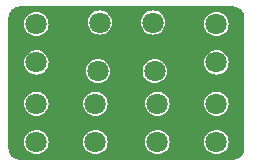
<source format=gbr>
%TF.GenerationSoftware,KiCad,Pcbnew,8.0.1-unknown-202403172319~81f55dfc9c~ubuntu22.04.1*%
%TF.CreationDate,2024-03-29T18:38:33+00:00*%
%TF.ProjectId,DRY_ELECTRODES,4452595f-454c-4454-9354-524f4445532e,1.0*%
%TF.SameCoordinates,Original*%
%TF.FileFunction,Copper,L2,Inr*%
%TF.FilePolarity,Positive*%
%FSLAX46Y46*%
G04 Gerber Fmt 4.6, Leading zero omitted, Abs format (unit mm)*
G04 Created by KiCad (PCBNEW 8.0.1-unknown-202403172319~81f55dfc9c~ubuntu22.04.1) date 2024-03-29 18:38:33*
%MOMM*%
%LPD*%
G01*
G04 APERTURE LIST*
%TA.AperFunction,ComponentPad*%
%ADD10C,1.800000*%
%TD*%
%TA.AperFunction,ViaPad*%
%ADD11C,0.400000*%
%TD*%
G04 APERTURE END LIST*
D10*
%TO.N,/in4-*%
%TO.C,J20*%
X27375000Y-35250000D03*
%TD*%
%TO.N,/in7-*%
%TO.C,J23*%
X37625000Y-28500000D03*
%TD*%
%TO.N,/in6+*%
%TO.C,J30*%
X32400000Y-32500000D03*
%TD*%
%TO.N,/in3+*%
%TO.C,J27*%
X27600000Y-32500000D03*
%TD*%
%TO.N,/in1+*%
%TO.C,J25*%
X22375000Y-35250000D03*
%TD*%
%TO.N,/in7+*%
%TO.C,J31*%
X37625000Y-38500000D03*
%TD*%
%TO.N,/in5+*%
%TO.C,J29*%
X32625000Y-38500000D03*
%TD*%
%TO.N,/in8+*%
%TO.C,J32*%
X37625000Y-35250000D03*
%TD*%
%TO.N,/in2-*%
%TO.C,J18*%
X22375000Y-28500000D03*
%TD*%
%TO.N,/in6-*%
%TO.C,J22*%
X32250000Y-28375000D03*
%TD*%
%TO.N,/in3-*%
%TO.C,J19*%
X27750000Y-28375000D03*
%TD*%
%TO.N,/in5-*%
%TO.C,J21*%
X32625000Y-35250000D03*
%TD*%
%TO.N,/in2+*%
%TO.C,J26*%
X22375000Y-38500000D03*
%TD*%
%TO.N,/in1-*%
%TO.C,J17*%
X22375000Y-31750000D03*
%TD*%
%TO.N,/in4+*%
%TO.C,J28*%
X27375000Y-38500000D03*
%TD*%
%TO.N,/in8-*%
%TO.C,J24*%
X37625000Y-31750000D03*
%TD*%
D11*
%TO.N,GND*%
X35125000Y-36875000D03*
X24875000Y-36875000D03*
%TD*%
%TA.AperFunction,Conductor*%
%TO.N,GND*%
G36*
X39005394Y-27010971D02*
G01*
X39161019Y-27024587D01*
X39182297Y-27028338D01*
X39327951Y-27067366D01*
X39348261Y-27074759D01*
X39484915Y-27138482D01*
X39503633Y-27149289D01*
X39627154Y-27235779D01*
X39643712Y-27249673D01*
X39750326Y-27356287D01*
X39764220Y-27372845D01*
X39850710Y-27496366D01*
X39861517Y-27515084D01*
X39925240Y-27651738D01*
X39932633Y-27672049D01*
X39971659Y-27817696D01*
X39975412Y-27838982D01*
X39989028Y-27994604D01*
X39989500Y-28005412D01*
X39989500Y-38994587D01*
X39989028Y-39005395D01*
X39975412Y-39161017D01*
X39971659Y-39182303D01*
X39932633Y-39327950D01*
X39925240Y-39348261D01*
X39861517Y-39484915D01*
X39850710Y-39503633D01*
X39764220Y-39627154D01*
X39750326Y-39643712D01*
X39643712Y-39750326D01*
X39627154Y-39764220D01*
X39503633Y-39850710D01*
X39484915Y-39861517D01*
X39348261Y-39925240D01*
X39327950Y-39932633D01*
X39182303Y-39971659D01*
X39161017Y-39975412D01*
X39027247Y-39987116D01*
X39005393Y-39989028D01*
X38994588Y-39989500D01*
X21005412Y-39989500D01*
X20994606Y-39989028D01*
X20969584Y-39986838D01*
X20838982Y-39975412D01*
X20817696Y-39971659D01*
X20672049Y-39932633D01*
X20651738Y-39925240D01*
X20515084Y-39861517D01*
X20496366Y-39850710D01*
X20372845Y-39764220D01*
X20356287Y-39750326D01*
X20249673Y-39643712D01*
X20235779Y-39627154D01*
X20149289Y-39503633D01*
X20138482Y-39484915D01*
X20074759Y-39348261D01*
X20067366Y-39327950D01*
X20028338Y-39182297D01*
X20024587Y-39161016D01*
X20010972Y-39005394D01*
X20010500Y-38994587D01*
X20010500Y-38500000D01*
X21342528Y-38500000D01*
X21362366Y-38701423D01*
X21362367Y-38701425D01*
X21421120Y-38895110D01*
X21421121Y-38895113D01*
X21421122Y-38895114D01*
X21421123Y-38895117D01*
X21516527Y-39073605D01*
X21516531Y-39073612D01*
X21644931Y-39230068D01*
X21801387Y-39358468D01*
X21801394Y-39358472D01*
X21979882Y-39453876D01*
X21979883Y-39453876D01*
X21979890Y-39453880D01*
X22173575Y-39512633D01*
X22173574Y-39512633D01*
X22191634Y-39514411D01*
X22375000Y-39532472D01*
X22576425Y-39512633D01*
X22770110Y-39453880D01*
X22948611Y-39358469D01*
X23105068Y-39230068D01*
X23233469Y-39073611D01*
X23328880Y-38895110D01*
X23387633Y-38701425D01*
X23407472Y-38500000D01*
X26342528Y-38500000D01*
X26362366Y-38701423D01*
X26362367Y-38701425D01*
X26421120Y-38895110D01*
X26421121Y-38895113D01*
X26421122Y-38895114D01*
X26421123Y-38895117D01*
X26516527Y-39073605D01*
X26516531Y-39073612D01*
X26644931Y-39230068D01*
X26801387Y-39358468D01*
X26801394Y-39358472D01*
X26979882Y-39453876D01*
X26979883Y-39453876D01*
X26979890Y-39453880D01*
X27173575Y-39512633D01*
X27173574Y-39512633D01*
X27191634Y-39514411D01*
X27375000Y-39532472D01*
X27576425Y-39512633D01*
X27770110Y-39453880D01*
X27948611Y-39358469D01*
X28105068Y-39230068D01*
X28233469Y-39073611D01*
X28328880Y-38895110D01*
X28387633Y-38701425D01*
X28407472Y-38500000D01*
X31592528Y-38500000D01*
X31612366Y-38701423D01*
X31612367Y-38701425D01*
X31671120Y-38895110D01*
X31671121Y-38895113D01*
X31671122Y-38895114D01*
X31671123Y-38895117D01*
X31766527Y-39073605D01*
X31766531Y-39073612D01*
X31894931Y-39230068D01*
X32051387Y-39358468D01*
X32051394Y-39358472D01*
X32229882Y-39453876D01*
X32229883Y-39453876D01*
X32229890Y-39453880D01*
X32423575Y-39512633D01*
X32423574Y-39512633D01*
X32441634Y-39514411D01*
X32625000Y-39532472D01*
X32826425Y-39512633D01*
X33020110Y-39453880D01*
X33198611Y-39358469D01*
X33355068Y-39230068D01*
X33483469Y-39073611D01*
X33578880Y-38895110D01*
X33637633Y-38701425D01*
X33657472Y-38500000D01*
X36592528Y-38500000D01*
X36612366Y-38701423D01*
X36612367Y-38701425D01*
X36671120Y-38895110D01*
X36671121Y-38895113D01*
X36671122Y-38895114D01*
X36671123Y-38895117D01*
X36766527Y-39073605D01*
X36766531Y-39073612D01*
X36894931Y-39230068D01*
X37051387Y-39358468D01*
X37051394Y-39358472D01*
X37229882Y-39453876D01*
X37229883Y-39453876D01*
X37229890Y-39453880D01*
X37423575Y-39512633D01*
X37423574Y-39512633D01*
X37441634Y-39514411D01*
X37625000Y-39532472D01*
X37826425Y-39512633D01*
X38020110Y-39453880D01*
X38198611Y-39358469D01*
X38355068Y-39230068D01*
X38483469Y-39073611D01*
X38578880Y-38895110D01*
X38637633Y-38701425D01*
X38657472Y-38500000D01*
X38637633Y-38298575D01*
X38578880Y-38104890D01*
X38483469Y-37926389D01*
X38483468Y-37926387D01*
X38355068Y-37769931D01*
X38198612Y-37641531D01*
X38198605Y-37641527D01*
X38020117Y-37546123D01*
X38020114Y-37546122D01*
X38020113Y-37546121D01*
X38020110Y-37546120D01*
X37826425Y-37487367D01*
X37826423Y-37487366D01*
X37826425Y-37487366D01*
X37625000Y-37467528D01*
X37423576Y-37487366D01*
X37309217Y-37522056D01*
X37229890Y-37546120D01*
X37229887Y-37546121D01*
X37229885Y-37546122D01*
X37229882Y-37546123D01*
X37051394Y-37641527D01*
X37051387Y-37641531D01*
X36894931Y-37769931D01*
X36766531Y-37926387D01*
X36766527Y-37926394D01*
X36671123Y-38104882D01*
X36671122Y-38104885D01*
X36612366Y-38298576D01*
X36592528Y-38500000D01*
X33657472Y-38500000D01*
X33637633Y-38298575D01*
X33578880Y-38104890D01*
X33483469Y-37926389D01*
X33483468Y-37926387D01*
X33355068Y-37769931D01*
X33198612Y-37641531D01*
X33198605Y-37641527D01*
X33020117Y-37546123D01*
X33020114Y-37546122D01*
X33020113Y-37546121D01*
X33020110Y-37546120D01*
X32826425Y-37487367D01*
X32826423Y-37487366D01*
X32826425Y-37487366D01*
X32625000Y-37467528D01*
X32423576Y-37487366D01*
X32309217Y-37522056D01*
X32229890Y-37546120D01*
X32229887Y-37546121D01*
X32229885Y-37546122D01*
X32229882Y-37546123D01*
X32051394Y-37641527D01*
X32051387Y-37641531D01*
X31894931Y-37769931D01*
X31766531Y-37926387D01*
X31766527Y-37926394D01*
X31671123Y-38104882D01*
X31671122Y-38104885D01*
X31612366Y-38298576D01*
X31592528Y-38500000D01*
X28407472Y-38500000D01*
X28387633Y-38298575D01*
X28328880Y-38104890D01*
X28233469Y-37926389D01*
X28233468Y-37926387D01*
X28105068Y-37769931D01*
X27948612Y-37641531D01*
X27948605Y-37641527D01*
X27770117Y-37546123D01*
X27770114Y-37546122D01*
X27770113Y-37546121D01*
X27770110Y-37546120D01*
X27576425Y-37487367D01*
X27576423Y-37487366D01*
X27576425Y-37487366D01*
X27375000Y-37467528D01*
X27173576Y-37487366D01*
X27059217Y-37522056D01*
X26979890Y-37546120D01*
X26979887Y-37546121D01*
X26979885Y-37546122D01*
X26979882Y-37546123D01*
X26801394Y-37641527D01*
X26801387Y-37641531D01*
X26644931Y-37769931D01*
X26516531Y-37926387D01*
X26516527Y-37926394D01*
X26421123Y-38104882D01*
X26421122Y-38104885D01*
X26362366Y-38298576D01*
X26342528Y-38500000D01*
X23407472Y-38500000D01*
X23387633Y-38298575D01*
X23328880Y-38104890D01*
X23233469Y-37926389D01*
X23233468Y-37926387D01*
X23105068Y-37769931D01*
X22948612Y-37641531D01*
X22948605Y-37641527D01*
X22770117Y-37546123D01*
X22770114Y-37546122D01*
X22770113Y-37546121D01*
X22770110Y-37546120D01*
X22576425Y-37487367D01*
X22576423Y-37487366D01*
X22576425Y-37487366D01*
X22375000Y-37467528D01*
X22173576Y-37487366D01*
X22059217Y-37522056D01*
X21979890Y-37546120D01*
X21979887Y-37546121D01*
X21979885Y-37546122D01*
X21979882Y-37546123D01*
X21801394Y-37641527D01*
X21801387Y-37641531D01*
X21644931Y-37769931D01*
X21516531Y-37926387D01*
X21516527Y-37926394D01*
X21421123Y-38104882D01*
X21421122Y-38104885D01*
X21362366Y-38298576D01*
X21342528Y-38500000D01*
X20010500Y-38500000D01*
X20010500Y-35250000D01*
X21342528Y-35250000D01*
X21362366Y-35451423D01*
X21362367Y-35451425D01*
X21421120Y-35645110D01*
X21421121Y-35645113D01*
X21421122Y-35645114D01*
X21421123Y-35645117D01*
X21516527Y-35823605D01*
X21516531Y-35823612D01*
X21644931Y-35980068D01*
X21801387Y-36108468D01*
X21801394Y-36108472D01*
X21979882Y-36203876D01*
X21979883Y-36203876D01*
X21979890Y-36203880D01*
X22173575Y-36262633D01*
X22173574Y-36262633D01*
X22191634Y-36264411D01*
X22375000Y-36282472D01*
X22576425Y-36262633D01*
X22770110Y-36203880D01*
X22948611Y-36108469D01*
X23105068Y-35980068D01*
X23233469Y-35823611D01*
X23328880Y-35645110D01*
X23387633Y-35451425D01*
X23407472Y-35250000D01*
X26342528Y-35250000D01*
X26362366Y-35451423D01*
X26362367Y-35451425D01*
X26421120Y-35645110D01*
X26421121Y-35645113D01*
X26421122Y-35645114D01*
X26421123Y-35645117D01*
X26516527Y-35823605D01*
X26516531Y-35823612D01*
X26644931Y-35980068D01*
X26801387Y-36108468D01*
X26801394Y-36108472D01*
X26979882Y-36203876D01*
X26979883Y-36203876D01*
X26979890Y-36203880D01*
X27173575Y-36262633D01*
X27173574Y-36262633D01*
X27191634Y-36264411D01*
X27375000Y-36282472D01*
X27576425Y-36262633D01*
X27770110Y-36203880D01*
X27948611Y-36108469D01*
X28105068Y-35980068D01*
X28233469Y-35823611D01*
X28328880Y-35645110D01*
X28387633Y-35451425D01*
X28407472Y-35250000D01*
X31592528Y-35250000D01*
X31612366Y-35451423D01*
X31612367Y-35451425D01*
X31671120Y-35645110D01*
X31671121Y-35645113D01*
X31671122Y-35645114D01*
X31671123Y-35645117D01*
X31766527Y-35823605D01*
X31766531Y-35823612D01*
X31894931Y-35980068D01*
X32051387Y-36108468D01*
X32051394Y-36108472D01*
X32229882Y-36203876D01*
X32229883Y-36203876D01*
X32229890Y-36203880D01*
X32423575Y-36262633D01*
X32423574Y-36262633D01*
X32441634Y-36264411D01*
X32625000Y-36282472D01*
X32826425Y-36262633D01*
X33020110Y-36203880D01*
X33198611Y-36108469D01*
X33355068Y-35980068D01*
X33483469Y-35823611D01*
X33578880Y-35645110D01*
X33637633Y-35451425D01*
X33657472Y-35250000D01*
X36592528Y-35250000D01*
X36612366Y-35451423D01*
X36612367Y-35451425D01*
X36671120Y-35645110D01*
X36671121Y-35645113D01*
X36671122Y-35645114D01*
X36671123Y-35645117D01*
X36766527Y-35823605D01*
X36766531Y-35823612D01*
X36894931Y-35980068D01*
X37051387Y-36108468D01*
X37051394Y-36108472D01*
X37229882Y-36203876D01*
X37229883Y-36203876D01*
X37229890Y-36203880D01*
X37423575Y-36262633D01*
X37423574Y-36262633D01*
X37441634Y-36264411D01*
X37625000Y-36282472D01*
X37826425Y-36262633D01*
X38020110Y-36203880D01*
X38198611Y-36108469D01*
X38355068Y-35980068D01*
X38483469Y-35823611D01*
X38578880Y-35645110D01*
X38637633Y-35451425D01*
X38657472Y-35250000D01*
X38637633Y-35048575D01*
X38578880Y-34854890D01*
X38483469Y-34676389D01*
X38483468Y-34676387D01*
X38355068Y-34519931D01*
X38198612Y-34391531D01*
X38198605Y-34391527D01*
X38020117Y-34296123D01*
X38020114Y-34296122D01*
X38020113Y-34296121D01*
X38020110Y-34296120D01*
X37826425Y-34237367D01*
X37826423Y-34237366D01*
X37826425Y-34237366D01*
X37625000Y-34217528D01*
X37423576Y-34237366D01*
X37309217Y-34272056D01*
X37229890Y-34296120D01*
X37229887Y-34296121D01*
X37229885Y-34296122D01*
X37229882Y-34296123D01*
X37051394Y-34391527D01*
X37051387Y-34391531D01*
X36894931Y-34519931D01*
X36766531Y-34676387D01*
X36766527Y-34676394D01*
X36671123Y-34854882D01*
X36671122Y-34854885D01*
X36612366Y-35048576D01*
X36592528Y-35250000D01*
X33657472Y-35250000D01*
X33637633Y-35048575D01*
X33578880Y-34854890D01*
X33483469Y-34676389D01*
X33483468Y-34676387D01*
X33355068Y-34519931D01*
X33198612Y-34391531D01*
X33198605Y-34391527D01*
X33020117Y-34296123D01*
X33020114Y-34296122D01*
X33020113Y-34296121D01*
X33020110Y-34296120D01*
X32826425Y-34237367D01*
X32826423Y-34237366D01*
X32826425Y-34237366D01*
X32625000Y-34217528D01*
X32423576Y-34237366D01*
X32309217Y-34272056D01*
X32229890Y-34296120D01*
X32229887Y-34296121D01*
X32229885Y-34296122D01*
X32229882Y-34296123D01*
X32051394Y-34391527D01*
X32051387Y-34391531D01*
X31894931Y-34519931D01*
X31766531Y-34676387D01*
X31766527Y-34676394D01*
X31671123Y-34854882D01*
X31671122Y-34854885D01*
X31612366Y-35048576D01*
X31592528Y-35250000D01*
X28407472Y-35250000D01*
X28387633Y-35048575D01*
X28328880Y-34854890D01*
X28233469Y-34676389D01*
X28233468Y-34676387D01*
X28105068Y-34519931D01*
X27948612Y-34391531D01*
X27948605Y-34391527D01*
X27770117Y-34296123D01*
X27770114Y-34296122D01*
X27770113Y-34296121D01*
X27770110Y-34296120D01*
X27576425Y-34237367D01*
X27576423Y-34237366D01*
X27576425Y-34237366D01*
X27375000Y-34217528D01*
X27173576Y-34237366D01*
X27059217Y-34272056D01*
X26979890Y-34296120D01*
X26979887Y-34296121D01*
X26979885Y-34296122D01*
X26979882Y-34296123D01*
X26801394Y-34391527D01*
X26801387Y-34391531D01*
X26644931Y-34519931D01*
X26516531Y-34676387D01*
X26516527Y-34676394D01*
X26421123Y-34854882D01*
X26421122Y-34854885D01*
X26362366Y-35048576D01*
X26342528Y-35250000D01*
X23407472Y-35250000D01*
X23387633Y-35048575D01*
X23328880Y-34854890D01*
X23233469Y-34676389D01*
X23233468Y-34676387D01*
X23105068Y-34519931D01*
X22948612Y-34391531D01*
X22948605Y-34391527D01*
X22770117Y-34296123D01*
X22770114Y-34296122D01*
X22770113Y-34296121D01*
X22770110Y-34296120D01*
X22576425Y-34237367D01*
X22576423Y-34237366D01*
X22576425Y-34237366D01*
X22375000Y-34217528D01*
X22173576Y-34237366D01*
X22059217Y-34272056D01*
X21979890Y-34296120D01*
X21979887Y-34296121D01*
X21979885Y-34296122D01*
X21979882Y-34296123D01*
X21801394Y-34391527D01*
X21801387Y-34391531D01*
X21644931Y-34519931D01*
X21516531Y-34676387D01*
X21516527Y-34676394D01*
X21421123Y-34854882D01*
X21421122Y-34854885D01*
X21362366Y-35048576D01*
X21342528Y-35250000D01*
X20010500Y-35250000D01*
X20010500Y-31750000D01*
X21342528Y-31750000D01*
X21362366Y-31951423D01*
X21362367Y-31951425D01*
X21421120Y-32145110D01*
X21421121Y-32145113D01*
X21421122Y-32145114D01*
X21421123Y-32145117D01*
X21516527Y-32323605D01*
X21516531Y-32323612D01*
X21644931Y-32480068D01*
X21801387Y-32608468D01*
X21801394Y-32608472D01*
X21979882Y-32703876D01*
X21979883Y-32703876D01*
X21979890Y-32703880D01*
X22173575Y-32762633D01*
X22173574Y-32762633D01*
X22191634Y-32764411D01*
X22375000Y-32782472D01*
X22576425Y-32762633D01*
X22770110Y-32703880D01*
X22948611Y-32608469D01*
X23080781Y-32500000D01*
X26567528Y-32500000D01*
X26587366Y-32701423D01*
X26605934Y-32762633D01*
X26646120Y-32895110D01*
X26646121Y-32895113D01*
X26646122Y-32895114D01*
X26646123Y-32895117D01*
X26741527Y-33073605D01*
X26741531Y-33073612D01*
X26869931Y-33230068D01*
X27026387Y-33358468D01*
X27026394Y-33358472D01*
X27204882Y-33453876D01*
X27204883Y-33453876D01*
X27204890Y-33453880D01*
X27398575Y-33512633D01*
X27398574Y-33512633D01*
X27416634Y-33514411D01*
X27600000Y-33532472D01*
X27801425Y-33512633D01*
X27995110Y-33453880D01*
X28173611Y-33358469D01*
X28330068Y-33230068D01*
X28458469Y-33073611D01*
X28553880Y-32895110D01*
X28612633Y-32701425D01*
X28632472Y-32500000D01*
X31367528Y-32500000D01*
X31387366Y-32701423D01*
X31405934Y-32762633D01*
X31446120Y-32895110D01*
X31446121Y-32895113D01*
X31446122Y-32895114D01*
X31446123Y-32895117D01*
X31541527Y-33073605D01*
X31541531Y-33073612D01*
X31669931Y-33230068D01*
X31826387Y-33358468D01*
X31826394Y-33358472D01*
X32004882Y-33453876D01*
X32004883Y-33453876D01*
X32004890Y-33453880D01*
X32198575Y-33512633D01*
X32198574Y-33512633D01*
X32216634Y-33514411D01*
X32400000Y-33532472D01*
X32601425Y-33512633D01*
X32795110Y-33453880D01*
X32973611Y-33358469D01*
X33130068Y-33230068D01*
X33258469Y-33073611D01*
X33353880Y-32895110D01*
X33412633Y-32701425D01*
X33432472Y-32500000D01*
X33412633Y-32298575D01*
X33353880Y-32104890D01*
X33258469Y-31926389D01*
X33258468Y-31926387D01*
X33130068Y-31769931D01*
X33105782Y-31750000D01*
X36592528Y-31750000D01*
X36612366Y-31951423D01*
X36612367Y-31951425D01*
X36671120Y-32145110D01*
X36671121Y-32145113D01*
X36671122Y-32145114D01*
X36671123Y-32145117D01*
X36766527Y-32323605D01*
X36766531Y-32323612D01*
X36894931Y-32480068D01*
X37051387Y-32608468D01*
X37051394Y-32608472D01*
X37229882Y-32703876D01*
X37229883Y-32703876D01*
X37229890Y-32703880D01*
X37423575Y-32762633D01*
X37423574Y-32762633D01*
X37441634Y-32764411D01*
X37625000Y-32782472D01*
X37826425Y-32762633D01*
X38020110Y-32703880D01*
X38198611Y-32608469D01*
X38355068Y-32480068D01*
X38483469Y-32323611D01*
X38578880Y-32145110D01*
X38637633Y-31951425D01*
X38657472Y-31750000D01*
X38637633Y-31548575D01*
X38578880Y-31354890D01*
X38483469Y-31176389D01*
X38483468Y-31176387D01*
X38355068Y-31019931D01*
X38198612Y-30891531D01*
X38198605Y-30891527D01*
X38020117Y-30796123D01*
X38020114Y-30796122D01*
X38020113Y-30796121D01*
X38020110Y-30796120D01*
X37826425Y-30737367D01*
X37826423Y-30737366D01*
X37826425Y-30737366D01*
X37625000Y-30717528D01*
X37423576Y-30737366D01*
X37309217Y-30772056D01*
X37229890Y-30796120D01*
X37229887Y-30796121D01*
X37229885Y-30796122D01*
X37229882Y-30796123D01*
X37051394Y-30891527D01*
X37051387Y-30891531D01*
X36894931Y-31019931D01*
X36766531Y-31176387D01*
X36766527Y-31176394D01*
X36671123Y-31354882D01*
X36671122Y-31354885D01*
X36612366Y-31548576D01*
X36592528Y-31750000D01*
X33105782Y-31750000D01*
X32973612Y-31641531D01*
X32973605Y-31641527D01*
X32795117Y-31546123D01*
X32795114Y-31546122D01*
X32795113Y-31546121D01*
X32795110Y-31546120D01*
X32601425Y-31487367D01*
X32601423Y-31487366D01*
X32601425Y-31487366D01*
X32400000Y-31467528D01*
X32198576Y-31487366D01*
X32084217Y-31522056D01*
X32004890Y-31546120D01*
X32004887Y-31546121D01*
X32004885Y-31546122D01*
X32004882Y-31546123D01*
X31826394Y-31641527D01*
X31826387Y-31641531D01*
X31669931Y-31769931D01*
X31541531Y-31926387D01*
X31541527Y-31926394D01*
X31446123Y-32104882D01*
X31446122Y-32104885D01*
X31446121Y-32104887D01*
X31446120Y-32104890D01*
X31422056Y-32184217D01*
X31387366Y-32298576D01*
X31367528Y-32500000D01*
X28632472Y-32500000D01*
X28612633Y-32298575D01*
X28553880Y-32104890D01*
X28458469Y-31926389D01*
X28458468Y-31926387D01*
X28330068Y-31769931D01*
X28173612Y-31641531D01*
X28173605Y-31641527D01*
X27995117Y-31546123D01*
X27995114Y-31546122D01*
X27995113Y-31546121D01*
X27995110Y-31546120D01*
X27801425Y-31487367D01*
X27801423Y-31487366D01*
X27801425Y-31487366D01*
X27600000Y-31467528D01*
X27398576Y-31487366D01*
X27284217Y-31522056D01*
X27204890Y-31546120D01*
X27204887Y-31546121D01*
X27204885Y-31546122D01*
X27204882Y-31546123D01*
X27026394Y-31641527D01*
X27026387Y-31641531D01*
X26869931Y-31769931D01*
X26741531Y-31926387D01*
X26741527Y-31926394D01*
X26646123Y-32104882D01*
X26646122Y-32104885D01*
X26646121Y-32104887D01*
X26646120Y-32104890D01*
X26622056Y-32184217D01*
X26587366Y-32298576D01*
X26567528Y-32500000D01*
X23080781Y-32500000D01*
X23105068Y-32480068D01*
X23233469Y-32323611D01*
X23328880Y-32145110D01*
X23387633Y-31951425D01*
X23407472Y-31750000D01*
X23387633Y-31548575D01*
X23328880Y-31354890D01*
X23233469Y-31176389D01*
X23233468Y-31176387D01*
X23105068Y-31019931D01*
X22948612Y-30891531D01*
X22948605Y-30891527D01*
X22770117Y-30796123D01*
X22770114Y-30796122D01*
X22770113Y-30796121D01*
X22770110Y-30796120D01*
X22576425Y-30737367D01*
X22576423Y-30737366D01*
X22576425Y-30737366D01*
X22375000Y-30717528D01*
X22173576Y-30737366D01*
X22059217Y-30772056D01*
X21979890Y-30796120D01*
X21979887Y-30796121D01*
X21979885Y-30796122D01*
X21979882Y-30796123D01*
X21801394Y-30891527D01*
X21801387Y-30891531D01*
X21644931Y-31019931D01*
X21516531Y-31176387D01*
X21516527Y-31176394D01*
X21421123Y-31354882D01*
X21421122Y-31354885D01*
X21362366Y-31548576D01*
X21342528Y-31750000D01*
X20010500Y-31750000D01*
X20010500Y-28500000D01*
X21342528Y-28500000D01*
X21362366Y-28701423D01*
X21362367Y-28701425D01*
X21421120Y-28895110D01*
X21421121Y-28895113D01*
X21421122Y-28895114D01*
X21421123Y-28895117D01*
X21516527Y-29073605D01*
X21516531Y-29073612D01*
X21644931Y-29230068D01*
X21801387Y-29358468D01*
X21801394Y-29358472D01*
X21979882Y-29453876D01*
X21979883Y-29453876D01*
X21979890Y-29453880D01*
X22173575Y-29512633D01*
X22173574Y-29512633D01*
X22191634Y-29514411D01*
X22375000Y-29532472D01*
X22576425Y-29512633D01*
X22770110Y-29453880D01*
X22948611Y-29358469D01*
X23105068Y-29230068D01*
X23233469Y-29073611D01*
X23328880Y-28895110D01*
X23387633Y-28701425D01*
X23407472Y-28500000D01*
X23395160Y-28375000D01*
X26717528Y-28375000D01*
X26737366Y-28576423D01*
X26737367Y-28576425D01*
X26796120Y-28770110D01*
X26796121Y-28770113D01*
X26796122Y-28770114D01*
X26796123Y-28770117D01*
X26891527Y-28948605D01*
X26891531Y-28948612D01*
X27019931Y-29105068D01*
X27176387Y-29233468D01*
X27176394Y-29233472D01*
X27354882Y-29328876D01*
X27354883Y-29328876D01*
X27354890Y-29328880D01*
X27548575Y-29387633D01*
X27548574Y-29387633D01*
X27566634Y-29389411D01*
X27750000Y-29407472D01*
X27951425Y-29387633D01*
X28145110Y-29328880D01*
X28323611Y-29233469D01*
X28480068Y-29105068D01*
X28608469Y-28948611D01*
X28703880Y-28770110D01*
X28762633Y-28576425D01*
X28782472Y-28375000D01*
X31217528Y-28375000D01*
X31237366Y-28576423D01*
X31237367Y-28576425D01*
X31296120Y-28770110D01*
X31296121Y-28770113D01*
X31296122Y-28770114D01*
X31296123Y-28770117D01*
X31391527Y-28948605D01*
X31391531Y-28948612D01*
X31519931Y-29105068D01*
X31676387Y-29233468D01*
X31676394Y-29233472D01*
X31854882Y-29328876D01*
X31854883Y-29328876D01*
X31854890Y-29328880D01*
X32048575Y-29387633D01*
X32048574Y-29387633D01*
X32066634Y-29389411D01*
X32250000Y-29407472D01*
X32451425Y-29387633D01*
X32645110Y-29328880D01*
X32823611Y-29233469D01*
X32980068Y-29105068D01*
X33108469Y-28948611D01*
X33203880Y-28770110D01*
X33262633Y-28576425D01*
X33270160Y-28500000D01*
X36592528Y-28500000D01*
X36612366Y-28701423D01*
X36612367Y-28701425D01*
X36671120Y-28895110D01*
X36671121Y-28895113D01*
X36671122Y-28895114D01*
X36671123Y-28895117D01*
X36766527Y-29073605D01*
X36766531Y-29073612D01*
X36894931Y-29230068D01*
X37051387Y-29358468D01*
X37051394Y-29358472D01*
X37229882Y-29453876D01*
X37229883Y-29453876D01*
X37229890Y-29453880D01*
X37423575Y-29512633D01*
X37423574Y-29512633D01*
X37441634Y-29514411D01*
X37625000Y-29532472D01*
X37826425Y-29512633D01*
X38020110Y-29453880D01*
X38198611Y-29358469D01*
X38355068Y-29230068D01*
X38483469Y-29073611D01*
X38578880Y-28895110D01*
X38637633Y-28701425D01*
X38657472Y-28500000D01*
X38637633Y-28298575D01*
X38578880Y-28104890D01*
X38522815Y-28000000D01*
X38483472Y-27926394D01*
X38483468Y-27926387D01*
X38355068Y-27769931D01*
X38198612Y-27641531D01*
X38198605Y-27641527D01*
X38020117Y-27546123D01*
X38020114Y-27546122D01*
X38020113Y-27546121D01*
X38020110Y-27546120D01*
X37826425Y-27487367D01*
X37826423Y-27487366D01*
X37826425Y-27487366D01*
X37625000Y-27467528D01*
X37423576Y-27487366D01*
X37332203Y-27515084D01*
X37229890Y-27546120D01*
X37229887Y-27546121D01*
X37229885Y-27546122D01*
X37229882Y-27546123D01*
X37051394Y-27641527D01*
X37051387Y-27641531D01*
X36894931Y-27769931D01*
X36766531Y-27926387D01*
X36766527Y-27926394D01*
X36671123Y-28104882D01*
X36671122Y-28104885D01*
X36612366Y-28298576D01*
X36592528Y-28500000D01*
X33270160Y-28500000D01*
X33282472Y-28375000D01*
X33262633Y-28173575D01*
X33203880Y-27979890D01*
X33175282Y-27926387D01*
X33108472Y-27801394D01*
X33108468Y-27801387D01*
X32980068Y-27644931D01*
X32823612Y-27516531D01*
X32823605Y-27516527D01*
X32645117Y-27421123D01*
X32645114Y-27421122D01*
X32645113Y-27421121D01*
X32645110Y-27421120D01*
X32451425Y-27362367D01*
X32451423Y-27362366D01*
X32451425Y-27362366D01*
X32250000Y-27342528D01*
X32048576Y-27362366D01*
X31934217Y-27397056D01*
X31854890Y-27421120D01*
X31854887Y-27421121D01*
X31854885Y-27421122D01*
X31854882Y-27421123D01*
X31676394Y-27516527D01*
X31676387Y-27516531D01*
X31519931Y-27644931D01*
X31391531Y-27801387D01*
X31391527Y-27801394D01*
X31296123Y-27979882D01*
X31296122Y-27979885D01*
X31296121Y-27979887D01*
X31296120Y-27979890D01*
X31291339Y-27995651D01*
X31237366Y-28173576D01*
X31217528Y-28375000D01*
X28782472Y-28375000D01*
X28762633Y-28173575D01*
X28703880Y-27979890D01*
X28675282Y-27926387D01*
X28608472Y-27801394D01*
X28608468Y-27801387D01*
X28480068Y-27644931D01*
X28323612Y-27516531D01*
X28323605Y-27516527D01*
X28145117Y-27421123D01*
X28145114Y-27421122D01*
X28145113Y-27421121D01*
X28145110Y-27421120D01*
X27951425Y-27362367D01*
X27951423Y-27362366D01*
X27951425Y-27362366D01*
X27750000Y-27342528D01*
X27548576Y-27362366D01*
X27434217Y-27397056D01*
X27354890Y-27421120D01*
X27354887Y-27421121D01*
X27354885Y-27421122D01*
X27354882Y-27421123D01*
X27176394Y-27516527D01*
X27176387Y-27516531D01*
X27019931Y-27644931D01*
X26891531Y-27801387D01*
X26891527Y-27801394D01*
X26796123Y-27979882D01*
X26796122Y-27979885D01*
X26796121Y-27979887D01*
X26796120Y-27979890D01*
X26791339Y-27995651D01*
X26737366Y-28173576D01*
X26717528Y-28375000D01*
X23395160Y-28375000D01*
X23387633Y-28298575D01*
X23328880Y-28104890D01*
X23272815Y-28000000D01*
X23233472Y-27926394D01*
X23233468Y-27926387D01*
X23105068Y-27769931D01*
X22948612Y-27641531D01*
X22948605Y-27641527D01*
X22770117Y-27546123D01*
X22770114Y-27546122D01*
X22770113Y-27546121D01*
X22770110Y-27546120D01*
X22576425Y-27487367D01*
X22576423Y-27487366D01*
X22576425Y-27487366D01*
X22375000Y-27467528D01*
X22173576Y-27487366D01*
X22082203Y-27515084D01*
X21979890Y-27546120D01*
X21979887Y-27546121D01*
X21979885Y-27546122D01*
X21979882Y-27546123D01*
X21801394Y-27641527D01*
X21801387Y-27641531D01*
X21644931Y-27769931D01*
X21516531Y-27926387D01*
X21516527Y-27926394D01*
X21421123Y-28104882D01*
X21421122Y-28104885D01*
X21362366Y-28298576D01*
X21342528Y-28500000D01*
X20010500Y-28500000D01*
X20010500Y-28005412D01*
X20010972Y-27994605D01*
X20024587Y-27838983D01*
X20028338Y-27817704D01*
X20067367Y-27672044D01*
X20074759Y-27651738D01*
X20079519Y-27641531D01*
X20138483Y-27515081D01*
X20149289Y-27496366D01*
X20235779Y-27372845D01*
X20249667Y-27356293D01*
X20356293Y-27249667D01*
X20372845Y-27235779D01*
X20496366Y-27149289D01*
X20515081Y-27138483D01*
X20651740Y-27074758D01*
X20672044Y-27067367D01*
X20817704Y-27028338D01*
X20838978Y-27024587D01*
X20994605Y-27010971D01*
X21005412Y-27010500D01*
X38994588Y-27010500D01*
X39005394Y-27010971D01*
G37*
%TD.AperFunction*%
%TD*%
M02*

</source>
